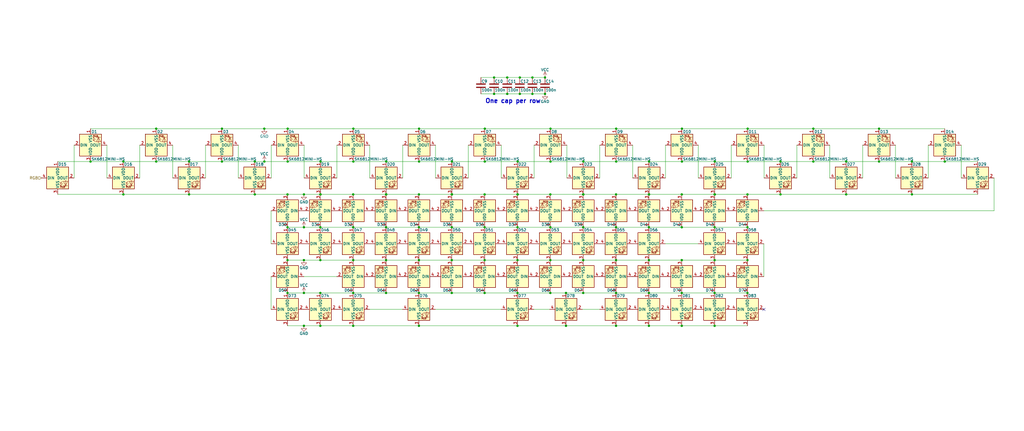
<source format=kicad_sch>
(kicad_sch (version 20230121) (generator eeschema)
  (paper "User" 475.005 200)
  (title_block (title "RGB LEDs") (date "2021-11-01") (rev "1.0") (company "0xCB") (comment 1 "Conor Burns"))
  (lib_symbols
    (symbol "0xcb:SK6812MINI-E" (pin_names (offset 0.254))
      (property "Reference" "D" (at 5.08 5.715 0))
      (property "Value" "SK6812MINI-E" (at 1.27 -5.715 0))
      (symbol "SK6812MINI-E_0_0"
        (text "RGB" (at 2.286 -4.191 0) (effects (font (size 0.762 0.762))))
      )
      (symbol "SK6812MINI-E_0_1"
        (polyline (pts (xy 1.27 -3.556) (xy 1.778 -3.556)))
        (polyline (pts (xy 1.27 -2.54) (xy 1.778 -2.54)))
        (polyline (pts (xy 4.699 -3.556) (xy 2.667 -3.556)))
        (polyline (pts (xy 2.286 -2.54) (xy 1.27 -3.556) (xy 1.27 -3.048)))
        (polyline (pts (xy 2.286 -1.524) (xy 1.27 -2.54) (xy 1.27 -2.032)))
        (polyline (pts (xy 3.683 -1.016) (xy 3.683 -3.556) (xy 3.683 -4.064)))
        (polyline (pts (xy 4.699 -1.524) (xy 2.667 -1.524) (xy 3.683 -3.556) (xy 4.699 -1.524)))
        (rectangle (start 5.08 5.08) (end -5.08 -5.08) (stroke (width 0.254)) (fill (type background)))
      )
      (symbol "SK6812MINI-E_1_1"
        (pin power_in line (at 0 7.62 270) (length 2.54) (name "VDD") (number "1"))
        (pin output line (at 7.62 0 180) (length 2.54) (name "DOUT") (number "2"))
        (pin power_in line (at 0 -7.62 90) (length 2.54) (name "VSS") (number "3"))
        (pin input line (at -7.62 0 0) (length 2.54) (name "DIN") (number "4"))
      )
    )
    (symbol "0xcb:SK6812MINI-HS" (pin_names (offset 0.254))
      (property "Reference" "D" (at 5.08 5.715 0))
      (property "Value" "SK6812MINI-HS" (at 1.27 -5.715 0))
      (symbol "SK6812MINI-HS_0_0"
        (text "RGB" (at 2.286 -4.191 0) (effects (font (size 0.762 0.762))))
      )
      (symbol "SK6812MINI-HS_0_1"
        (polyline (pts (xy 1.27 -3.556) (xy 1.778 -3.556)))
        (polyline (pts (xy 1.27 -2.54) (xy 1.778 -2.54)))
        (polyline (pts (xy 4.699 -3.556) (xy 2.667 -3.556)))
        (polyline (pts (xy 2.286 -2.54) (xy 1.27 -3.556) (xy 1.27 -3.048)))
        (polyline (pts (xy 2.286 -1.524) (xy 1.27 -2.54) (xy 1.27 -2.032)))
        (polyline (pts (xy 3.683 -1.016) (xy 3.683 -3.556) (xy 3.683 -4.064)))
        (polyline (pts (xy 4.699 -1.524) (xy 2.667 -1.524) (xy 3.683 -3.556) (xy 4.699 -1.524)))
        (rectangle (start 5.08 5.08) (end -5.08 -5.08) (stroke (width 0.254)) (fill (type background)))
      )
      (symbol "SK6812MINI-HS_1_1"
        (pin power_in line (at 0 -7.62 90) (length 2.54) (name "VSS") (number "1"))
        (pin input line (at -7.62 0 0) (length 2.54) (name "DIN") (number "2"))
        (pin power_in line (at 0 7.62 270) (length 2.54) (name "VDD") (number "3"))
        (pin output line (at 7.62 0 180) (length 2.54) (name "DOUT") (number "4"))
      )
    )
    (symbol "Device:C" (pin_numbers hide) (pin_names (offset 0.254))
      (property "Reference" "C" (at 0.635 2.54 0))
      (property "Value" "C" (at 0.635 -2.54 0))
      (symbol "C_0_1"
        (polyline (pts (xy -2.032 -0.762) (xy 2.032 -0.762)) (stroke (width 0.508)))
        (polyline (pts (xy -2.032 0.762) (xy 2.032 0.762)) (stroke (width 0.508)))
      )
      (symbol "C_1_1"
        (pin passive line (at 0 3.81 270) (length 2.794) (name "~") (number "1"))
        (pin passive line (at 0 -3.81 90) (length 2.794) (name "~") (number "2"))
      )
    )
    (symbol "power:GND" (power) (pin_names (offset 0))
      (property "Value" "GND" (at 0 -3.81 0))
      (symbol "GND_0_1"
        (polyline (pts (xy 0 0) (xy 0 -1.27) (xy 1.27 -1.27) (xy 0 -2.54) (xy -1.27 -1.27) (xy 0 -1.27)))
      )
      (symbol "GND_1_1"
        (pin power_in line (at 0 0 270) (length 0) hide (name "GND") (number "1"))
      )
    )
    (symbol "power:VCC" (power) (pin_names (offset 0))
      (property "Value" "VCC" (at 0 3.81 0))
      (symbol "VCC_0_1"
        (polyline (pts (xy -0.762 1.27) (xy 0 2.54)))
        (polyline (pts (xy 0 0) (xy 0 2.54)))
        (polyline (pts (xy 0 2.54) (xy 0.762 1.27)))
      )
      (symbol "VCC_1_1"
        (pin power_in line (at 0 0 90) (length 0) hide (name "VCC") (number "1"))
      )
    )
  )
  (junction (at 148.59 151.13))
  (junction (at 163.908 59.69))
  (junction (at 331.47 120.65))
  (junction (at 72.468 59.69))
  (junction (at 252.8062 35.941))
  (junction (at 346.788 59.69))
  (junction (at 148.668 74.93))
  (junction (at 179.07 120.65))
  (junction (at 362.028 90.17))
  (junction (at 285.828 74.93))
  (junction (at 87.708 74.93))
  (junction (at 133.35 120.65))
  (junction (at 362.028 74.93))
  (junction (at 133.35 105.41))
  (junction (at 331.548 74.93))
  (junction (at 316.308 59.69))
  (junction (at 301.068 90.17))
  (junction (at 392.508 74.93))
  (junction (at 140.97 120.65))
  (junction (at 209.628 74.93))
  (junction (at 179.07 135.89))
  (junction (at 133.428 59.69))
  (junction (at 148.59 135.89))
  (junction (at 422.988 74.93))
  (junction (at 148.59 120.65))
  (junction (at 422.988 90.17))
  (junction (at 240.03 105.41))
  (junction (at 224.79 135.89))
  (junction (at 240.03 151.13))
  (junction (at 209.628 90.17))
  (junction (at 163.83 135.89))
  (junction (at 235.2802 35.941))
  (junction (at 316.23 90.17))
  (junction (at 224.868 74.93))
  (junction (at 240.03 90.17))
  (junction (at 140.97 135.89))
  (junction (at 179.07 90.17))
  (junction (at 240.108 90.17))
  (junction (at 133.35 135.89))
  (junction (at 41.988 74.93))
  (junction (at 194.31 105.41))
  (junction (at 285.75 105.41))
  (junction (at 438.228 74.93))
  (junction (at 122.6029 59.69))
  (junction (at 163.83 105.41))
  (junction (at 392.508 90.17))
  (junction (at 407.748 59.69))
  (junction (at 270.588 74.93))
  (junction (at 72.468 74.93))
  (junction (at 255.348 74.93))
  (junction (at 140.97 90.17))
  (junction (at 209.55 120.65))
  (junction (at 148.59 90.17))
  (junction (at 262.5328 135.89))
  (junction (at 331.47 135.89))
  (junction (at 122.6343 74.93))
  (junction (at 194.31 120.65))
  (junction (at 87.708 90.17))
  (junction (at 262.5328 151.13))
  (junction (at 224.79 90.17))
  (junction (at 241.1222 43.561))
  (junction (at 270.51 105.41))
  (junction (at 118.188 90.17))
  (junction (at 118.188 74.93))
  (junction (at 102.948 74.93))
  (junction (at 346.71 105.41))
  (junction (at 148.668 90.17))
  (junction (at 140.97 105.41))
  (junction (at 224.79 120.65))
  (junction (at 229.1842 35.941))
  (junction (at 316.23 135.89))
  (junction (at 194.31 90.17))
  (junction (at 57.228 74.93))
  (junction (at 163.83 90.17))
  (junction (at 209.55 135.89))
  (junction (at 377.268 74.93))
  (junction (at 148.59 105.41))
  (junction (at 346.71 90.17))
  (junction (at 331.47 105.41))
  (junction (at 240.108 74.93))
  (junction (at 133.428 74.93))
  (junction (at 301.068 74.93))
  (junction (at 255.27 135.89))
  (junction (at 209.55 90.17))
  (junction (at 346.71 135.89))
  (junction (at 224.79 105.41))
  (junction (at 255.27 105.41))
  (junction (at 270.588 90.17))
  (junction (at 246.9642 35.941))
  (junction (at 194.388 59.69))
  (junction (at 241.1222 35.941))
  (junction (at 270.51 135.89))
  (junction (at 240.03 135.89))
  (junction (at 163.83 151.13))
  (junction (at 163.83 120.65))
  (junction (at 163.908 74.93))
  (junction (at 285.75 135.89))
  (junction (at 270.51 90.17))
  (junction (at 179.07 105.41))
  (junction (at 316.308 74.93))
  (junction (at 316.23 120.65))
  (junction (at 300.99 135.89))
  (junction (at 224.868 59.69))
  (junction (at 240.03 120.65))
  (junction (at 140.97 151.13))
  (junction (at 285.828 59.69))
  (junction (at 255.27 90.17))
  (junction (at 285.75 120.65))
  (junction (at 194.31 135.89))
  (junction (at 300.99 90.17))
  (junction (at 133.35 90.17))
  (junction (at 179.148 74.93))
  (junction (at 102.948 59.69))
  (junction (at 209.55 105.41))
  (junction (at 194.31 151.13))
  (junction (at 246.9642 43.561))
  (junction (at 331.548 90.17))
  (junction (at 316.23 151.13))
  (junction (at 229.1842 43.561))
  (junction (at 377.268 59.69))
  (junction (at 407.748 74.93))
  (junction (at 346.71 120.65))
  (junction (at 285.75 90.17))
  (junction (at 300.99 120.65))
  (junction (at 300.99 105.41))
  (junction (at 194.388 74.93))
  (junction (at 179.148 90.17))
  (junction (at 331.47 90.17))
  (junction (at 235.2802 43.561))
  (junction (at 285.75 151.13))
  (junction (at 57.228 90.17))
  (junction (at 255.27 120.65))
  (junction (at 255.348 59.69))
  (junction (at 346.788 74.93))
  (junction (at 300.99 151.13))
  (junction (at 252.8062 43.561))
  (junction (at 331.47 151.13))
  (junction (at 316.23 105.41))
  (junction (at 270.51 120.65))
  (no_connect (at 354.33 143.51))
  (wire (pts (xy 125.73 128.27) (xy 125.73 143.51)))
  (wire (pts (xy 240.03 135.89) (xy 255.27 135.89)))
  (wire (pts (xy 179.07 120.65) (xy 194.31 120.65)))
  (wire (pts (xy 300.99 120.65) (xy 316.23 120.65)))
  (wire (pts (xy 140.97 120.65) (xy 148.59 120.65)))
  (wire (pts (xy 133.35 135.89) (xy 140.97 135.89)))
  (wire (pts (xy 194.31 105.41) (xy 209.55 105.41)))
  (wire (pts (xy 300.99 105.41) (xy 316.23 105.41)))
  (wire (pts (xy 285.75 105.41) (xy 300.99 105.41)))
  (wire (pts (xy 262.5328 151.13) (xy 285.75 151.13)))
  (wire (pts (xy 300.99 151.13) (xy 316.23 151.13)))
  (wire (pts (xy 285.75 151.13) (xy 300.99 151.13)))
  (wire (pts (xy 217.248 67.31) (xy 217.248 82.55)))
  (wire (pts (xy 246.9642 35.941) (xy 252.8062 35.941)))
  (wire (pts (xy 186.69 143.51) (xy 171.45 143.51)))
  (wire (pts (xy 133.35 105.41) (xy 140.97 105.41)))
  (wire (pts (xy 125.808 67.31) (xy 125.808 82.55)))
  (wire (pts (xy 202.008 67.31) (xy 202.008 82.55)))
  (wire (pts (xy 223.0882 35.941) (xy 229.1842 35.941)))
  (wire (pts (xy 148.59 151.13) (xy 163.83 151.13)))
  (wire (pts (xy 240.108 90.17) (xy 255.27 90.17)))
  (wire (pts (xy 240.03 90.17) (xy 240.108 90.17)))
  (wire (pts (xy 140.97 151.13) (xy 148.59 151.13)))
  (wire (pts (xy 64.848 67.31) (xy 64.848 82.55)))
  (wire (pts (xy 141.048 67.31) (xy 141.048 82.55)))
  (wire (pts (xy 331.47 105.41) (xy 346.71 105.41)))
  (wire (pts (xy 148.59 120.65) (xy 163.83 120.65)))
  (wire (pts (xy 255.27 120.65) (xy 270.51 120.65)))
  (wire (pts (xy 156.288 67.31) (xy 156.288 82.55)))
  (wire (pts (xy 331.47 120.65) (xy 346.71 120.65)))
  (wire (pts (xy 445.848 67.31) (xy 445.848 82.55)))
  (wire (pts (xy 163.83 151.13) (xy 194.31 151.13)))
  (wire (pts (xy 369.648 67.31) (xy 369.648 82.55)))
  (wire (pts (xy 148.59 135.89) (xy 163.83 135.89)))
  (wire (pts (xy 232.488 67.31) (xy 232.488 82.55)))
  (wire (pts (xy 270.1528 143.51) (xy 278.13 143.51)))
  (wire (pts (xy 110.568 67.31) (xy 110.568 82.55)))
  (wire (pts (xy 384.888 67.31) (xy 384.888 82.55)))
  (wire (pts (xy 95.328 67.31) (xy 95.328 82.55)))
  (wire (pts (xy 163.83 120.65) (xy 179.07 120.65)))
  (wire (pts (xy 171.528 67.31) (xy 171.528 82.55)))
  (wire (pts (xy 209.55 105.41) (xy 224.79 105.41)))
  (wire (pts (xy 209.628 90.17) (xy 224.79 90.17)))
  (wire (pts (xy 209.55 90.17) (xy 209.628 90.17)))
  (wire (pts (xy 224.79 120.65) (xy 240.03 120.65)))
  (wire (pts (xy 194.31 120.65) (xy 209.55 120.65)))
  (wire (pts (xy 34.368 67.31) (xy 34.368 82.55)))
  (wire (pts (xy 308.688 67.31) (xy 308.688 82.55)))
  (wire (pts (xy 133.35 90.17) (xy 140.97 90.17)))
  (wire (pts (xy 331.47 151.13) (xy 346.71 151.13)))
  (wire (pts (xy 241.1222 35.941) (xy 246.9642 35.941)))
  (wire (pts (xy 140.97 135.89) (xy 148.59 135.89)))
  (wire (pts (xy 194.31 90.17) (xy 209.55 90.17)))
  (wire (pts (xy 179.07 135.89) (xy 194.31 135.89)))
  (wire (pts (xy 346.71 90.17) (xy 362.028 90.17)))
  (wire (pts (xy 422.988 90.17) (xy 453.468 90.17)))
  (wire (pts (xy 392.508 90.17) (xy 422.988 90.17)))
  (wire (pts (xy 362.028 90.17) (xy 392.508 90.17)))
  (wire (pts (xy 240.03 151.13) (xy 262.5328 151.13)))
  (wire (pts (xy 331.47 135.89) (xy 346.71 135.89)))
  (wire (pts (xy 133.35 151.13) (xy 140.97 151.13)))
  (wire (pts (xy 229.1842 35.941) (xy 235.2802 35.941)))
  (wire (pts (xy 430.608 67.31) (xy 430.608 82.55)))
  (wire (pts (xy 224.79 90.17) (xy 240.03 90.17)))
  (wire (pts (xy 316.23 90.17) (xy 331.47 90.17)))
  (wire (pts (xy 270.51 120.65) (xy 285.75 120.65)))
  (wire (pts (xy 186.768 67.31) (xy 186.768 82.55)))
  (wire (pts (xy 331.548 90.17) (xy 346.71 90.17)))
  (wire (pts (xy 331.47 90.17) (xy 331.548 90.17)))
  (wire (pts (xy 232.41 143.51) (xy 201.93 143.51)))
  (wire (pts (xy 49.608 67.31) (xy 49.608 82.55)))
  (wire (pts (xy 223.0882 43.561) (xy 229.1842 43.561)))
  (wire (pts (xy 300.99 90.17) (xy 301.068 90.17)))
  (wire (pts (xy 301.068 90.17) (xy 316.23 90.17)))
  (wire (pts (xy 407.748 74.93) (xy 422.988 74.93)))
  (wire (pts (xy 377.268 74.93) (xy 392.508 74.93)))
  (wire (pts (xy 438.228 74.93) (xy 453.468 74.93)))
  (wire (pts (xy 422.988 74.93) (xy 438.228 74.93)))
  (wire (pts (xy 392.508 74.93) (xy 407.748 74.93)))
  (wire (pts (xy 362.028 74.93) (xy 377.268 74.93)))
  (wire (pts (xy 285.75 120.65) (xy 300.99 120.65)))
  (wire (pts (xy 415.368 67.31) (xy 415.368 82.55)))
  (wire (pts (xy 316.23 135.89) (xy 331.47 135.89)))
  (wire (pts (xy 300.99 135.89) (xy 316.23 135.89)))
  (wire (pts (xy 254.9128 143.51) (xy 247.65 143.51)))
  (wire (pts (xy 461.088 97.79) (xy 354.33 97.79)))
  (wire (pts (xy 461.088 82.55) (xy 461.088 97.79)))
  (wire (pts (xy 163.908 59.69) (xy 194.388 59.69)))
  (wire (pts (xy 133.428 59.69) (xy 163.908 59.69)))
  (wire (pts (xy 194.388 59.69) (xy 224.868 59.69)))
  (wire (pts (xy 122.6029 59.69) (xy 133.428 59.69)))
  (wire (pts (xy 102.948 59.69) (xy 122.6029 59.69)))
  (wire (pts (xy 72.468 59.69) (xy 102.948 59.69)))
  (wire (pts (xy 41.988 59.69) (xy 72.468 59.69)))
  (wire (pts (xy 224.868 59.69) (xy 255.348 59.69)))
  (wire (pts (xy 407.748 59.69) (xy 438.228 59.69)))
  (wire (pts (xy 377.268 59.69) (xy 407.748 59.69)))
  (wire (pts (xy 255.348 59.69) (xy 285.828 59.69)))
  (wire (pts (xy 285.828 59.69) (xy 316.308 59.69)))
  (wire (pts (xy 346.788 59.69) (xy 377.268 59.69)))
  (wire (pts (xy 316.308 59.69) (xy 346.788 59.69)))
  (wire (pts (xy 354.33 113.03) (xy 354.33 128.27)))
  (wire (pts (xy 41.988 74.93) (xy 57.228 74.93)))
  (wire (pts (xy 308.61 113.03) (xy 323.85 113.03)))
  (wire (pts (xy 339.168 67.31) (xy 339.168 82.55)))
  (wire (pts (xy 262.5328 135.89) (xy 270.51 135.89)))
  (wire (pts (xy 240.03 120.65) (xy 255.27 120.65)))
  (wire (pts (xy 235.2802 43.561) (xy 241.1222 43.561)))
  (wire (pts (xy 255.27 90.17) (xy 270.51 90.17)))
  (wire (pts (xy 354.408 67.31) (xy 354.408 82.55)))
  (wire (pts (xy 278.208 67.31) (xy 278.208 82.55)))
  (wire (pts (xy 163.83 105.41) (xy 179.07 105.41)))
  (wire (pts (xy 163.83 135.89) (xy 179.07 135.89)))
  (wire (pts (xy 246.9642 43.561) (xy 252.8062 43.561)))
  (wire (pts (xy 179.07 105.41) (xy 194.31 105.41)))
  (wire (pts (xy 87.708 90.17) (xy 118.188 90.17)))
  (wire (pts (xy 118.188 90.17) (xy 133.35 90.17)))
  (wire (pts (xy 26.748 90.17) (xy 57.228 90.17)))
  (wire (pts (xy 57.228 90.17) (xy 87.708 90.17)))
  (wire (pts (xy 270.51 135.89) (xy 285.75 135.89)))
  (wire (pts (xy 316.23 105.41) (xy 331.47 105.41)))
  (wire (pts (xy 209.55 120.65) (xy 224.79 120.65)))
  (wire (pts (xy 194.31 135.89) (xy 209.55 135.89)))
  (wire (pts (xy 148.59 105.41) (xy 163.83 105.41)))
  (wire (pts (xy 241.1222 43.561) (xy 246.9642 43.561)))
  (wire (pts (xy 235.2802 35.941) (xy 241.1222 35.941)))
  (wire (pts (xy 163.908 74.93) (xy 179.148 74.93)))
  (wire (pts (xy 133.428 74.93) (xy 148.668 74.93)))
  (wire (pts (xy 148.668 74.93) (xy 163.908 74.93)))
  (wire (pts (xy 179.148 74.93) (xy 194.388 74.93)))
  (wire (pts (xy 224.868 74.93) (xy 240.108 74.93)))
  (wire (pts (xy 240.108 74.93) (xy 255.348 74.93)))
  (wire (pts (xy 209.628 74.93) (xy 224.868 74.93)))
  (wire (pts (xy 194.388 74.93) (xy 209.628 74.93)))
  (wire (pts (xy 87.708 74.93) (xy 102.948 74.93)))
  (wire (pts (xy 102.948 74.93) (xy 118.188 74.93)))
  (wire (pts (xy 118.188 74.93) (xy 122.6343 74.93)))
  (wire (pts (xy 122.6343 74.93) (xy 133.428 74.93)))
  (wire (pts (xy 57.228 74.93) (xy 72.468 74.93)))
  (wire (pts (xy 72.468 74.93) (xy 87.708 74.93)))
  (wire (pts (xy 270.588 74.93) (xy 285.828 74.93)))
  (wire (pts (xy 255.348 74.93) (xy 270.588 74.93)))
  (wire (pts (xy 301.068 74.93) (xy 316.308 74.93)))
  (wire (pts (xy 285.828 74.93) (xy 301.068 74.93)))
  (wire (pts (xy 316.308 74.93) (xy 331.548 74.93)))
  (wire (pts (xy 346.788 74.93) (xy 362.028 74.93)))
  (wire (pts (xy 331.548 74.93) (xy 346.788 74.93)))
  (wire (pts (xy 240.03 105.41) (xy 255.27 105.41)))
  (wire (pts (xy 270.51 90.17) (xy 270.588 90.17)))
  (wire (pts (xy 270.588 90.17) (xy 285.75 90.17)))
  (wire (pts (xy 224.79 135.89) (xy 240.03 135.89)))
  (wire (pts (xy 209.55 135.89) (xy 224.79 135.89)))
  (wire (pts (xy 133.35 120.65) (xy 140.97 120.65)))
  (wire (pts (xy 316.23 120.65) (xy 331.47 120.65)))
  (wire (pts (xy 285.75 90.17) (xy 300.99 90.17)))
  (wire (pts (xy 229.1842 43.561) (xy 235.2802 43.561)))
  (wire (pts (xy 293.448 67.31) (xy 293.448 82.55)))
  (wire (pts (xy 323.928 67.31) (xy 323.928 82.55)))
  (wire (pts (xy 140.97 105.41) (xy 148.59 105.41)))
  (wire (pts (xy 140.97 128.27) (xy 156.21 128.27)))
  (wire (pts (xy 148.59 90.17) (xy 148.668 90.17)))
  (wire (pts (xy 148.668 90.17) (xy 163.83 90.17)))
  (wire (pts (xy 270.51 105.41) (xy 285.75 105.41)))
  (wire (pts (xy 179.148 90.17) (xy 194.31 90.17)))
  (wire (pts (xy 179.07 90.17) (xy 179.148 90.17)))
  (wire (pts (xy 255.27 105.41) (xy 270.51 105.41)))
  (wire (pts (xy 80.088 67.31) (xy 80.088 82.55)))
  (wire (pts (xy 194.31 151.13) (xy 240.03 151.13)))
  (wire (pts (xy 262.968 67.31) (xy 262.968 82.55)))
  (wire (pts (xy 400.128 67.31) (xy 400.128 82.55)))
  (wire (pts (xy 316.23 151.13) (xy 331.47 151.13)))
  (wire (pts (xy 140.97 90.17) (xy 148.59 90.17)))
  (wire (pts (xy 125.73 97.79) (xy 125.73 113.03)))
  (wire (pts (xy 224.79 105.41) (xy 240.03 105.41)))
  (wire (pts (xy 163.83 90.17) (xy 179.07 90.17)))
  (wire (pts (xy 247.728 67.31) (xy 247.728 82.55)))
  (wire (pts (xy 26.748 74.93) (xy 41.988 74.93)))
  (wire (pts (xy 262.5328 135.89) (xy 255.27 135.89)))
  (wire (pts (xy 300.99 135.89) (xy 285.75 135.89)))
  (text "One cap per row" (at 224.9932 48.133 0) (effects (font (size 2 2) (thickness 0.4) bold) (justify left bottom)))
  (hierarchical_label "RGB" (shape input) (at 19.128 82.55 180))
  (symbol (lib_id "0xcb:SK6812MINI-E") (at 148.59 97.79 180) (unit 1)
    (property "Reference" "D31" (at 148.336 104.1401 0) (effects (justify left)))
    (property "Value" "SK6812MINI-E" (effects hide))
    (property "Footprint" "0xcb:MX_SK6812MINI-E" (effects hide))
    (property "LCSC" "C5149201" (effects hide))
  )
  (symbol (lib_id "0xcb:SK6812MINI-E") (at 240.03 113.03 0) (unit 1)
    (property "Reference" "D52" (at 240.284 106.6799 0) (effects (justify left)))
    (property "Value" "SK6812MINI-E" (effects hide))
    (property "Footprint" "0xcb:MX_SK6812MINI-E" (effects hide))
    (property "LCSC" "C5149201" (effects hide))
  )
  (symbol (lib_id "0xcb:SK6812MINI-E") (at 240.03 128.27 180) (unit 1)
    (property "Reference" "D65" (at 239.776 134.6201 0) (effects (justify left)))
    (property "Value" "SK6812MINI-E" (effects hide))
    (property "Footprint" "0xcb:MX_SK6812MINI-E" (effects hide))
    (property "LCSC" "C5149201" (effects hide))
  )
  (symbol (lib_id "power:GND") (at 252.8062 43.561 0) (unit 1)
    (property "Reference" "#PWR011" (effects hide))
    (property "Value" "GND" (at 252.8062 47.117 0))
  )
  (symbol (lib_id "0xcb:SK6812MINI-E") (at 163.83 143.51 0) (unit 1)
    (property "Reference" "D75" (at 164.084 137.1599 0) (effects (justify left)))
    (property "Value" "SK6812MINI-E" (effects hide))
    (property "Footprint" "0xcb:MX_SK6812MINI-E" (effects hide))
    (property "LCSC" "C5149201" (effects hide))
  )
  (symbol (lib_id "0xcb:SK6812MINI-E") (at 179.07 113.03 0) (unit 1)
    (property "Reference" "D48" (at 179.324 106.6799 0) (effects (justify left)))
    (property "Value" "SK6812MINI-E" (effects hide))
    (property "Footprint" "0xcb:MX_SK6812MINI-E" (effects hide))
    (property "LCSC" "C5149201" (effects hide))
  )
  (symbol (lib_id "0xcb:SK6812MINI-HS") (at 72.468 67.31 0) (mirror x) (unit 1)
    (property "Reference" "D2" (at 72.849 61.0871 0) (effects (justify left)))
    (property "Value" "SK6812MINI-HS" (at 72.849 73.7871 0) (effects (justify left)))
    (property "Footprint" "0xcb:SK6812MINI-HS" (effects hide))
    (property "LCSC" "C2922787" (effects hide))
  )
  (symbol (lib_id "0xcb:SK6812MINI-E") (at 57.228 82.55 0) (unit 1)
    (property "Reference" "D16" (at 57.482 76.1999 0) (effects (justify left)))
    (property "Value" "SK6812MINI-E" (effects hide))
    (property "Footprint" "0xcb:MX_SK6812MINI-E" (effects hide))
    (property "LCSC" "C5149201" (effects hide))
  )
  (symbol (lib_id "0xcb:SK6812MINI-E") (at 346.71 113.03 0) (unit 1)
    (property "Reference" "D58" (at 346.964 106.6799 0) (effects (justify left)))
    (property "Value" "SK6812MINI-E" (effects hide))
    (property "Footprint" "0xcb:MX_SK6812MINI-E" (effects hide))
    (property "LCSC" "C5149201" (effects hide))
  )
  (symbol (lib_id "0xcb:SK6812MINI-E") (at 270.51 113.03 0) (unit 1)
    (property "Reference" "D54" (at 270.764 106.6799 0) (effects (justify left)))
    (property "Value" "SK6812MINI-E" (effects hide))
    (property "Footprint" "0xcb:MX_SK6812MINI-E" (effects hide))
    (property "LCSC" "C5149201" (effects hide))
  )
  (symbol (lib_id "0xcb:SK6812MINI-E") (at 331.47 143.51 0) (unit 1)
    (property "Reference" "D82" (at 331.724 137.1599 0) (effects (justify left)))
    (property "Value" "SK6812MINI-E" (effects hide))
    (property "Footprint" "0xcb:MX_SK6812MINI-E" (effects hide))
    (property "LCSC" "C5149201" (effects hide))
  )
  (symbol (lib_id "power:VCC") (at 252.8062 35.941 0) (unit 1)
    (property "Reference" "#PWR010" (effects hide))
    (property "Value" "VCC" (at 252.8062 32.385 0))
  )
  (symbol (lib_id "0xcb:SK6812MINI-E") (at 224.79 97.79 180) (unit 1)
    (property "Reference" "D36" (at 224.536 104.1401 0) (effects (justify left)))
    (property "Value" "SK6812MINI-E" (effects hide))
    (property "Footprint" "0xcb:MX_SK6812MINI-E" (effects hide))
    (property "LCSC" "C5149201" (effects hide))
  )
  (symbol (lib_id "power:VCC") (at 140.97 135.89 0) (unit 1)
    (property "Reference" "#PWR017" (effects hide))
    (property "Value" "VCC" (at 140.97 132.334 0))
  )
  (symbol (lib_id "power:GND") (at 122.6029 59.69 0) (unit 1)
    (property "Reference" "#PWR0101" (effects hide))
    (property "Value" "GND" (at 122.6029 63.246 0))
  )
  (symbol (lib_id "0xcb:SK6812MINI-E") (at 301.068 82.55 0) (unit 1)
    (property "Reference" "D24" (at 301.322 76.1999 0) (effects (justify left)))
    (property "Value" "SK6812MINI-E" (effects hide))
    (property "Footprint" "0xcb:MX_SK6812MINI-E" (effects hide))
    (property "LCSC" "C5149201" (effects hide))
  )
  (symbol (lib_id "0xcb:SK6812MINI-E") (at 270.51 97.79 180) (unit 1)
    (property "Reference" "D39" (at 270.256 104.1401 0) (effects (justify left)))
    (property "Value" "SK6812MINI-E" (effects hide))
    (property "Footprint" "0xcb:MX_SK6812MINI-E" (effects hide))
    (property "LCSC" "C5149201" (effects hide))
  )
  (symbol (lib_id "0xcb:SK6812MINI-E") (at 270.588 82.55 0) (unit 1)
    (property "Reference" "D23" (at 270.842 76.1999 0) (effects (justify left)))
    (property "Value" "SK6812MINI-E" (effects hide))
    (property "Footprint" "0xcb:MX_SK6812MINI-E" (effects hide))
    (property "LCSC" "C5149201" (effects hide))
  )
  (symbol (lib_id "0xcb:SK6812MINI-E") (at 209.55 113.03 0) (unit 1)
    (property "Reference" "D50" (at 209.804 106.6799 0) (effects (justify left)))
    (property "Value" "SK6812MINI-E" (effects hide))
    (property "Footprint" "0xcb:MX_SK6812MINI-E" (effects hide))
    (property "LCSC" "C5149201" (effects hide))
  )
  (symbol (lib_id "power:VCC") (at 140.97 105.41 0) (unit 1)
    (property "Reference" "#PWR015" (effects hide))
    (property "Value" "VCC" (at 140.97 101.854 0))
  )
  (symbol (lib_id "0xcb:SK6812MINI-E") (at 300.99 128.27 180) (unit 1)
    (property "Reference" "D69" (at 300.736 134.6201 0) (effects (justify left)))
    (property "Value" "SK6812MINI-E" (effects hide))
    (property "Footprint" "0xcb:MX_SK6812MINI-E" (effects hide))
    (property "LCSC" "C5149201" (effects hide))
  )
  (symbol (lib_id "0xcb:SK6812MINI-E") (at 133.35 113.03 0) (unit 1)
    (property "Reference" "D45" (at 133.604 106.6799 0) (effects (justify left)))
    (property "Value" "SK6812MINI-E" (effects hide))
    (property "Footprint" "0xcb:MX_SK6812MINI-E" (effects hide))
    (property "LCSC" "C5149201" (effects hide))
  )
  (symbol (lib_id "0xcb:SK6812MINI-E") (at 240.108 82.55 0) (unit 1)
    (property "Reference" "D22" (at 240.362 76.1999 0) (effects (justify left)))
    (property "Value" "SK6812MINI-E" (effects hide))
    (property "Footprint" "0xcb:MX_SK6812MINI-E" (effects hide))
    (property "LCSC" "C5149201" (effects hide))
  )
  (symbol (lib_id "0xcb:SK6812MINI-E") (at 194.31 97.79 180) (unit 1)
    (property "Reference" "D34" (at 194.056 104.1401 0) (effects (justify left)))
    (property "Value" "SK6812MINI-E" (effects hide))
    (property "Footprint" "0xcb:MX_SK6812MINI-E" (effects hide))
    (property "LCSC" "C5149201" (effects hide))
  )
  (symbol (lib_id "0xcb:SK6812MINI-E") (at 118.188 82.55 0) (unit 1)
    (property "Reference" "D18" (at 118.442 76.1999 0) (effects (justify left)))
    (property "Value" "SK6812MINI-E" (effects hide))
    (property "Footprint" "0xcb:MX_SK6812MINI-E" (effects hide))
    (property "LCSC" "C5149201" (effects hide))
  )
  (symbol (lib_id "0xcb:SK6812MINI-E") (at 148.668 82.55 0) (unit 1)
    (property "Reference" "D19" (at 148.922 76.1999 0) (effects (justify left)))
    (property "Value" "SK6812MINI-E" (effects hide))
    (property "Footprint" "0xcb:MX_SK6812MINI-E" (effects hide))
    (property "LCSC" "C5149201" (effects hide))
  )
  (symbol (lib_id "power:GND") (at 140.97 90.17 0) (unit 1)
    (property "Reference" "#PWR014" (effects hide))
    (property "Value" "GND" (at 140.97 93.726 0))
  )
  (symbol (lib_id "power:GND") (at 140.97 120.65 0) (unit 1)
    (property "Reference" "#PWR016" (effects hide))
    (property "Value" "GND" (at 140.97 124.206 0))
  )
  (symbol (lib_id "Device:C") (at 229.1842 39.751 0) (unit 1)
    (property "Reference" "C10" (at 229.4382 37.7189 0) (effects (justify left)))
    (property "Value" "100n" (at 229.4382 41.7829 0) (effects (justify left)))
    (property "Footprint" "Capacitor_SMD:C_0201_0603Metric" (effects hide))
    (property "LCSC" "C576431" (effects hide))
  )
  (symbol (lib_id "power:VCC") (at 122.6343 74.93 0) (unit 1)
    (property "Reference" "#PWR012" (effects hide))
    (property "Value" "VCC" (at 122.6343 71.374 0))
  )
  (symbol (lib_id "0xcb:SK6812MINI-E") (at 316.23 143.51 0) (unit 1)
    (property "Reference" "D81" (at 316.484 137.1599 0) (effects (justify left)))
    (property "Value" "SK6812MINI-E" (effects hide))
    (property "Footprint" "0xcb:MX_SK6812MINI-E" (effects hide))
    (property "LCSC" "C5149201" (effects hide))
  )
  (symbol (lib_id "0xcb:SK6812MINI-HS") (at 285.828 67.31 0) (mirror x) (unit 1)
    (property "Reference" "D9" (at 286.209 61.0871 0) (effects (justify left)))
    (property "Value" "SK6812MINI-HS" (at 286.209 73.7871 0) (effects (justify left)))
    (property "Footprint" "0xcb:SK6812MINI-HS" (effects hide))
    (property "LCSC" "C2922787" (effects hide))
  )
  (symbol (lib_id "0xcb:SK6812MINI-E") (at 331.548 82.55 0) (unit 1)
    (property "Reference" "D25" (at 331.802 76.1999 0) (effects (justify left)))
    (property "Value" "SK6812MINI-E" (effects hide))
    (property "Footprint" "0xcb:MX_SK6812MINI-E" (effects hide))
    (property "LCSC" "C5149201" (effects hide))
  )
  (symbol (lib_id "0xcb:SK6812MINI-E") (at 194.31 143.51 0) (unit 1)
    (property "Reference" "D76" (at 194.564 137.1599 0) (effects (justify left)))
    (property "Value" "SK6812MINI-E" (effects hide))
    (property "Footprint" "0xcb:MX_SK6812MINI-E" (effects hide))
    (property "LCSC" "C5149201" (effects hide))
  )
  (symbol (lib_id "0xcb:SK6812MINI-HS") (at 133.428 67.31 0) (mirror x) (unit 1)
    (property "Reference" "D4" (at 133.809 61.0871 0) (effects (justify left)))
    (property "Value" "SK6812MINI-HS" (at 133.809 73.7871 0) (effects (justify left)))
    (property "Footprint" "0xcb:SK6812MINI-HS" (effects hide))
    (property "LCSC" "C2922787" (effects hide))
  )
  (symbol (lib_id "0xcb:SK6812MINI-E") (at 285.75 143.51 0) (unit 1)
    (property "Reference" "D79" (at 286.004 137.1599 0) (effects (justify left)))
    (property "Value" "SK6812MINI-E" (effects hide))
    (property "Footprint" "0xcb:MX_SK6812MINI-E" (effects hide))
    (property "LCSC" "C5149201" (effects hide))
  )
  (symbol (lib_id "0xcb:SK6812MINI-HS") (at 377.268 67.31 0) (mirror x) (unit 1)
    (property "Reference" "D12" (at 377.649 61.0871 0) (effects (justify left)))
    (property "Value" "SK6812MINI-HS" (at 377.649 73.7871 0) (effects (justify left)))
    (property "Footprint" "0xcb:SK6812MINI-HS" (effects hide))
    (property "LCSC" "C2922787" (effects hide))
  )
  (symbol (lib_id "Device:C") (at 235.2802 39.751 0) (unit 1)
    (property "Reference" "C11" (at 235.5342 37.7189 0) (effects (justify left)))
    (property "Value" "100n" (at 235.5342 41.7829 0) (effects (justify left)))
    (property "Footprint" "Capacitor_SMD:C_0201_0603Metric" (effects hide))
    (property "LCSC" "C576431" (effects hide))
  )
  (symbol (lib_id "0xcb:SK6812MINI-HS") (at 102.948 67.31 0) (mirror x) (unit 1)
    (property "Reference" "D3" (at 103.329 61.0871 0) (effects (justify left)))
    (property "Value" "SK6812MINI-HS" (at 103.329 73.7871 0) (effects (justify left)))
    (property "Footprint" "0xcb:SK6812MINI-HS" (effects hide))
    (property "LCSC" "C2922787" (effects hide))
  )
  (symbol (lib_id "0xcb:SK6812MINI-E") (at 362.028 82.55 0) (unit 1)
    (property "Reference" "D26" (at 362.282 76.1999 0) (effects (justify left)))
    (property "Value" "SK6812MINI-E" (effects hide))
    (property "Footprint" "0xcb:MX_SK6812MINI-E" (effects hide))
    (property "LCSC" "C5149201" (effects hide))
  )
  (symbol (lib_id "0xcb:SK6812MINI-E") (at 285.75 128.27 180) (unit 1)
    (property "Reference" "D68" (at 285.496 134.6201 0) (effects (justify left)))
    (property "Value" "SK6812MINI-E" (effects hide))
    (property "Footprint" "0xcb:MX_SK6812MINI-E" (effects hide))
    (property "LCSC" "C5149201" (effects hide))
  )
  (symbol (lib_id "0xcb:SK6812MINI-HS") (at 194.388 67.31 0) (mirror x) (unit 1)
    (property "Reference" "D6" (at 194.769 61.0871 0) (effects (justify left)))
    (property "Value" "SK6812MINI-HS" (at 194.769 73.7871 0) (effects (justify left)))
    (property "Footprint" "0xcb:SK6812MINI-HS" (effects hide))
    (property "LCSC" "C2922787" (effects hide))
  )
  (symbol (lib_id "0xcb:SK6812MINI-E") (at 224.79 128.27 180) (unit 1)
    (property "Reference" "D64" (at 224.536 134.6201 0) (effects (justify left)))
    (property "Value" "SK6812MINI-E" (effects hide))
    (property "Footprint" "0xcb:MX_SK6812MINI-E" (effects hide))
    (property "LCSC" "C5149201" (effects hide))
  )
  (symbol (lib_id "0xcb:SK6812MINI-E") (at 422.988 82.55 0) (unit 1)
    (property "Reference" "D28" (at 423.242 76.1999 0) (effects (justify left)))
    (property "Value" "SK6812MINI-E" (effects hide))
    (property "Footprint" "0xcb:MX_SK6812MINI-E" (effects hide))
    (property "LCSC" "C5149201" (effects hide))
  )
  (symbol (lib_id "0xcb:SK6812MINI-E") (at 163.83 97.79 180) (unit 1)
    (property "Reference" "D32" (at 163.576 104.1401 0) (effects (justify left)))
    (property "Value" "SK6812MINI-E" (effects hide))
    (property "Footprint" "0xcb:MX_SK6812MINI-E" (effects hide))
    (property "LCSC" "C5149201" (effects hide))
  )
  (symbol (lib_id "0xcb:SK6812MINI-HS") (at 438.228 67.31 0) (mirror x) (unit 1)
    (property "Reference" "D14" (at 438.609 61.0871 0) (effects (justify left)))
    (property "Value" "SK6812MINI-HS" (at 438.609 73.7871 0) (effects (justify left)))
    (property "Footprint" "0xcb:SK6812MINI-HS" (effects hide))
    (property "LCSC" "C2922787" (effects hide))
  )
  (symbol (lib_id "0xcb:SK6812MINI-E") (at 346.71 97.79 180) (unit 1)
    (property "Reference" "D44" (at 346.456 104.1401 0) (effects (justify left)))
    (property "Value" "SK6812MINI-E" (effects hide))
    (property "Footprint" "0xcb:MX_SK6812MINI-E" (effects hide))
    (property "LCSC" "C5149201" (effects hide))
  )
  (symbol (lib_id "0xcb:SK6812MINI-E") (at 316.23 97.79 180) (unit 1)
    (property "Reference" "D42" (at 315.976 104.1401 0) (effects (justify left)))
    (property "Value" "SK6812MINI-E" (effects hide))
    (property "Footprint" "0xcb:MX_SK6812MINI-E" (effects hide))
    (property "LCSC" "C5149201" (effects hide))
  )
  (symbol (lib_id "0xcb:SK6812MINI-E") (at 285.75 97.79 180) (unit 1)
    (property "Reference" "D40" (at 285.496 104.1401 0) (effects (justify left)))
    (property "Value" "SK6812MINI-E" (effects hide))
    (property "Footprint" "0xcb:MX_SK6812MINI-E" (effects hide))
    (property "LCSC" "C5149201" (effects hide))
  )
  (symbol (lib_id "0xcb:SK6812MINI-E") (at 224.79 113.03 0) (unit 1)
    (property "Reference" "D51" (at 225.044 106.6799 0) (effects (justify left)))
    (property "Value" "SK6812MINI-E" (effects hide))
    (property "Footprint" "0xcb:MX_SK6812MINI-E" (effects hide))
    (property "LCSC" "C5149201" (effects hide))
  )
  (symbol (lib_id "0xcb:SK6812MINI-E") (at 392.508 82.55 0) (unit 1)
    (property "Reference" "D27" (at 392.762 76.1999 0) (effects (justify left)))
    (property "Value" "SK6812MINI-E" (effects hide))
    (property "Footprint" "0xcb:MX_SK6812MINI-E" (effects hide))
    (property "LCSC" "C5149201" (effects hide))
  )
  (symbol (lib_id "0xcb:SK6812MINI-E") (at 300.99 113.03 0) (unit 1)
    (property "Reference" "D56" (at 301.244 106.6799 0) (effects (justify left)))
    (property "Value" "SK6812MINI-E" (effects hide))
    (property "Footprint" "0xcb:MX_SK6812MINI-E" (effects hide))
    (property "LCSC" "C5149201" (effects hide))
  )
  (symbol (lib_id "0xcb:SK6812MINI-E") (at 87.708 82.55 0) (unit 1)
    (property "Reference" "D17" (at 87.962 76.1999 0) (effects (justify left)))
    (property "Value" "SK6812MINI-E" (effects hide))
    (property "Footprint" "0xcb:MX_SK6812MINI-E" (effects hide))
    (property "LCSC" "C5149201" (effects hide))
  )
  (symbol (lib_id "0xcb:SK6812MINI-E") (at 209.55 128.27 180) (unit 1)
    (property "Reference" "D63" (at 209.296 134.6201 0) (effects (justify left)))
    (property "Value" "SK6812MINI-E" (effects hide))
    (property "Footprint" "0xcb:MX_SK6812MINI-E" (effects hide))
    (property "LCSC" "C5149201" (effects hide))
  )
  (symbol (lib_id "0xcb:SK6812MINI-E") (at 240.03 143.51 0) (unit 1)
    (property "Reference" "D77" (at 240.284 137.1599 0) (effects (justify left)))
    (property "Value" "SK6812MINI-E" (effects hide))
    (property "Footprint" "0xcb:MX_SK6812MINI-E" (effects hide))
    (property "LCSC" "C5149201" (effects hide))
  )
  (symbol (lib_id "0xcb:SK6812MINI-E") (at 209.628 82.55 0) (unit 1)
    (property "Reference" "D21" (at 209.882 76.1999 0) (effects (justify left)))
    (property "Value" "SK6812MINI-E" (effects hide))
    (property "Footprint" "0xcb:MX_SK6812MINI-E" (effects hide))
    (property "LCSC" "C5149201" (effects hide))
  )
  (symbol (lib_id "0xcb:SK6812MINI-E") (at 453.468 82.55 0) (unit 1)
    (property "Reference" "D29" (at 453.722 76.1999 0) (effects (justify left)))
    (property "Value" "SK6812MINI-E" (effects hide))
    (property "Footprint" "0xcb:MX_SK6812MINI-E" (effects hide))
    (property "LCSC" "C5149201" (effects hide))
  )
  (symbol (lib_id "0xcb:SK6812MINI-E") (at 26.748 82.55 0) (unit 1)
    (property "Reference" "D15" (at 27.002 76.1999 0) (effects (justify left)))
    (property "Value" "SK6812MINI-E" (effects hide))
    (property "Footprint" "0xcb:MX_SK6812MINI-E" (effects hide))
    (property "LCSC" "C5149201" (effects hide))
  )
  (symbol (lib_id "0xcb:SK6812MINI-HS") (at 316.308 67.31 0) (mirror x) (unit 1)
    (property "Reference" "D10" (at 316.689 61.0871 0) (effects (justify left)))
    (property "Value" "SK6812MINI-HS" (at 316.689 73.7871 0) (effects (justify left)))
    (property "Footprint" "0xcb:SK6812MINI-HS" (effects hide))
    (property "LCSC" "C2922787" (effects hide))
  )
  (symbol (lib_id "Device:C") (at 223.0882 39.751 0) (unit 1)
    (property "Reference" "C9" (at 223.3422 37.7189 0) (effects (justify left)))
    (property "Value" "100n" (at 223.3422 41.7829 0) (effects (justify left)))
    (property "Footprint" "Capacitor_SMD:C_0201_0603Metric" (effects hide))
    (property "LCSC" "C576431" (effects hide))
  )
  (symbol (lib_id "0xcb:SK6812MINI-E") (at 285.75 113.03 0) (unit 1)
    (property "Reference" "D55" (at 286.004 106.6799 0) (effects (justify left)))
    (property "Value" "SK6812MINI-E" (effects hide))
    (property "Footprint" "0xcb:MX_SK6812MINI-E" (effects hide))
    (property "LCSC" "C5149201" (effects hide))
  )
  (symbol (lib_id "0xcb:SK6812MINI-E") (at 300.99 97.79 180) (unit 1)
    (property "Reference" "D41" (at 300.736 104.1401 0) (effects (justify left)))
    (property "Value" "SK6812MINI-E" (effects hide))
    (property "Footprint" "0xcb:MX_SK6812MINI-E" (effects hide))
    (property "LCSC" "C5149201" (effects hide))
  )
  (symbol (lib_id "0xcb:SK6812MINI-E") (at 346.71 143.51 0) (unit 1)
    (property "Reference" "D83" (at 346.964 137.1599 0) (effects (justify left)))
    (property "Value" "SK6812MINI-E" (effects hide))
    (property "Footprint" "0xcb:MX_SK6812MINI-E" (effects hide))
    (property "LCSC" "C5149201" (effects hide))
  )
  (symbol (lib_id "0xcb:SK6812MINI-E") (at 300.99 143.51 0) (unit 1)
    (property "Reference" "D80" (at 301.244 137.1599 0) (effects (justify left)))
    (property "Value" "SK6812MINI-E" (effects hide))
    (property "Footprint" "0xcb:MX_SK6812MINI-E" (effects hide))
    (property "LCSC" "C5149201" (effects hide))
  )
  (symbol (lib_id "0xcb:SK6812MINI-E") (at 194.31 113.03 0) (unit 1)
    (property "Reference" "D49" (at 194.564 106.6799 0) (effects (justify left)))
    (property "Value" "SK6812MINI-E" (effects hide))
    (property "Footprint" "0xcb:MX_SK6812MINI-E" (effects hide))
    (property "LCSC" "C5149201" (effects hide))
  )
  (symbol (lib_id "0xcb:SK6812MINI-E") (at 209.55 97.79 180) (unit 1)
    (property "Reference" "D35" (at 209.296 104.1401 0) (effects (justify left)))
    (property "Value" "SK6812MINI-E" (effects hide))
    (property "Footprint" "0xcb:MX_SK6812MINI-E" (effects hide))
    (property "LCSC" "C5149201" (effects hide))
  )
  (symbol (lib_id "0xcb:SK6812MINI-E") (at 148.59 113.03 0) (unit 1)
    (property "Reference" "D46" (at 148.844 106.6799 0) (effects (justify left)))
    (property "Value" "SK6812MINI-E" (effects hide))
    (property "Footprint" "0xcb:MX_SK6812MINI-E" (effects hide))
    (property "LCSC" "C5149201" (effects hide))
  )
  (symbol (lib_id "0xcb:SK6812MINI-E") (at 133.35 97.79 180) (unit 1)
    (property "Reference" "D30" (at 133.096 104.1401 0) (effects (justify left)))
    (property "Value" "SK6812MINI-E" (effects hide))
    (property "Footprint" "0xcb:MX_SK6812MINI-E" (effects hide))
    (property "LCSC" "C5149201" (effects hide))
  )
  (symbol (lib_id "0xcb:SK6812MINI-HS") (at 346.788 67.31 0) (mirror x) (unit 1)
    (property "Reference" "D11" (at 347.169 61.0871 0) (effects (justify left)))
    (property "Value" "SK6812MINI-HS" (at 347.169 73.7871 0) (effects (justify left)))
    (property "Footprint" "0xcb:SK6812MINI-HS" (effects hide))
    (property "LCSC" "C2922787" (effects hide))
  )
  (symbol (lib_id "0xcb:SK6812MINI-E") (at 179.148 82.55 0) (unit 1)
    (property "Reference" "D20" (at 179.402 76.1999 0) (effects (justify left)))
    (property "Value" "SK6812MINI-E" (effects hide))
    (property "Footprint" "0xcb:MX_SK6812MINI-E" (effects hide))
    (property "LCSC" "C5149201" (effects hide))
  )
  (symbol (lib_id "0xcb:SK6812MINI-HS") (at 41.988 67.31 0) (mirror x) (unit 1)
    (property "Reference" "D1" (at 42.369 61.0871 0) (effects (justify left)))
    (property "Value" "SK6812MINI-HS" (at 42.369 73.7871 0) (effects (justify left)))
    (property "Footprint" "0xcb:SK6812MINI-HS" (effects hide))
    (property "LCSC" "C2922787" (effects hide))
  )
  (symbol (lib_id "0xcb:SK6812MINI-E") (at 331.47 128.27 180) (unit 1)
    (property "Reference" "D71" (at 331.216 134.6201 0) (effects (justify left)))
    (property "Value" "SK6812MINI-E" (effects hide))
    (property "Footprint" "0xcb:MX_SK6812MINI-E" (effects hide))
    (property "LCSC" "C5149201" (effects hide))
  )
  (symbol (lib_id "0xcb:SK6812MINI-E") (at 179.07 97.79 180) (unit 1)
    (property "Reference" "D33" (at 178.816 104.1401 0) (effects (justify left)))
    (property "Value" "SK6812MINI-E" (effects hide))
    (property "Footprint" "0xcb:MX_SK6812MINI-E" (effects hide))
    (property "LCSC" "C5149201" (effects hide))
  )
  (symbol (lib_id "0xcb:SK6812MINI-HS") (at 163.908 67.31 0) (mirror x) (unit 1)
    (property "Reference" "D5" (at 164.289 61.0871 0) (effects (justify left)))
    (property "Value" "SK6812MINI-HS" (at 164.289 73.7871 0) (effects (justify left)))
    (property "Footprint" "0xcb:SK6812MINI-HS" (effects hide))
    (property "LCSC" "C2922787" (effects hide))
  )
  (symbol (lib_id "0xcb:SK6812MINI-E") (at 179.07 128.27 180) (unit 1)
    (property "Reference" "D61" (at 178.816 134.6201 0) (effects (justify left)))
    (property "Value" "SK6812MINI-E" (effects hide))
    (property "Footprint" "0xcb:MX_SK6812MINI-E" (effects hide))
    (property "LCSC" "C5149201" (effects hide))
  )
  (symbol (lib_id "0xcb:SK6812MINI-E") (at 331.47 97.79 180) (unit 1)
    (property "Reference" "D43" (at 331.216 104.1401 0) (effects (justify left)))
    (property "Value" "SK6812MINI-E" (effects hide))
    (property "Footprint" "0xcb:MX_SK6812MINI-E" (effects hide))
    (property "LCSC" "C5149201" (effects hide))
  )
  (symbol (lib_id "0xcb:SK6812MINI-HS") (at 255.348 67.31 0) (mirror x) (unit 1)
    (property "Reference" "D8" (at 255.729 61.0871 0) (effects (justify left)))
    (property "Value" "SK6812MINI-HS" (at 255.729 73.7871 0) (effects (justify left)))
    (property "Footprint" "0xcb:SK6812MINI-HS" (effects hide))
    (property "LCSC" "C2922787" (effects hide))
  )
  (symbol (lib_id "0xcb:SK6812MINI-HS") (at 407.748 67.31 0) (mirror x) (unit 1)
    (property "Reference" "D13" (at 408.129 61.0871 0) (effects (justify left)))
    (property "Value" "SK6812MINI-HS" (at 408.129 73.7871 0) (effects (justify left)))
    (property "Footprint" "0xcb:SK6812MINI-HS" (effects hide))
    (property "LCSC" "C2922787" (effects hide))
  )
  (symbol (lib_id "0xcb:SK6812MINI-E") (at 346.71 128.27 180) (unit 1)
    (property "Reference" "D72" (at 346.456 134.6201 0) (effects (justify left)))
    (property "Value" "SK6812MINI-E" (effects hide))
    (property "Footprint" "0xcb:MX_SK6812MINI-E" (effects hide))
    (property "LCSC" "C5149201" (effects hide))
  )
  (symbol (lib_id "0xcb:SK6812MINI-E") (at 331.47 113.03 0) (unit 1)
    (property "Reference" "D57" (at 331.724 106.6799 0) (effects (justify left)))
    (property "Value" "SK6812MINI-E" (effects hide))
    (property "Footprint" "0xcb:MX_SK6812MINI-E" (effects hide))
    (property "LCSC" "C5149201" (effects hide))
  )
  (symbol (lib_id "0xcb:SK6812MINI-E") (at 133.35 143.51 0) (unit 1)
    (property "Reference" "D73" (at 133.604 137.1599 0) (effects (justify left)))
    (property "Value" "SK6812MINI-E" (effects hide))
    (property "Footprint" "0xcb:MX_SK6812MINI-E" (effects hide))
    (property "LCSC" "C5149201" (effects hide))
  )
  (symbol (lib_id "0xcb:SK6812MINI-E") (at 255.27 113.03 0) (unit 1)
    (property "Reference" "D53" (at 255.524 106.6799 0) (effects (justify left)))
    (property "Value" "SK6812MINI-E" (effects hide))
    (property "Footprint" "0xcb:MX_SK6812MINI-E" (effects hide))
    (property "LCSC" "C5149201" (effects hide))
  )
  (symbol (lib_id "0xcb:SK6812MINI-E") (at 148.59 143.51 0) (unit 1)
    (property "Reference" "D74" (at 148.844 137.1599 0) (effects (justify left)))
    (property "Value" "SK6812MINI-E" (effects hide))
    (property "Footprint" "0xcb:MX_SK6812MINI-E" (effects hide))
    (property "LCSC" "C5149201" (effects hide))
  )
  (symbol (lib_id "power:GND") (at 140.97 151.13 0) (unit 1)
    (property "Reference" "#PWR018" (effects hide))
    (property "Value" "GND" (at 140.97 154.686 0))
  )
  (symbol (lib_id "0xcb:SK6812MINI-E") (at 163.83 128.27 180) (unit 1)
    (property "Reference" "D60" (at 163.576 134.6201 0) (effects (justify left)))
    (property "Value" "SK6812MINI-E" (effects hide))
    (property "Footprint" "0xcb:MX_SK6812MINI-E" (effects hide))
    (property "LCSC" "C5149201" (effects hide))
  )
  (symbol (lib_id "0xcb:SK6812MINI-E") (at 255.27 128.27 180) (unit 1)
    (property "Reference" "D66" (at 255.016 134.6201 0) (effects (justify left)))
    (property "Value" "SK6812MINI-E" (effects hide))
    (property "Footprint" "0xcb:MX_SK6812MINI-E" (effects hide))
    (property "LCSC" "C5149201" (effects hide))
  )
  (symbol (lib_id "Device:C") (at 241.1222 39.751 0) (unit 1)
    (property "Reference" "C12" (at 241.3762 37.7189 0) (effects (justify left)))
    (property "Value" "100n" (at 241.3762 41.7829 0) (effects (justify left)))
    (property "Footprint" "Capacitor_SMD:C_0201_0603Metric" (effects hide))
    (property "LCSC" "C576431" (effects hide))
  )
  (symbol (lib_id "0xcb:SK6812MINI-E") (at 133.35 128.27 180) (unit 1)
    (property "Reference" "D59" (at 133.096 134.6201 0) (effects (justify left)))
    (property "Value" "SK6812MINI-E" (effects hide))
    (property "Footprint" "0xcb:MX_SK6812MINI-E" (effects hide))
    (property "LCSC" "C5149201" (effects hide))
  )
  (symbol (lib_id "0xcb:SK6812MINI-E") (at 316.23 128.27 180) (unit 1)
    (property "Reference" "D70" (at 315.976 134.6201 0) (effects (justify left)))
    (property "Value" "SK6812MINI-E" (effects hide))
    (property "Footprint" "0xcb:MX_SK6812MINI-E" (effects hide))
    (property "LCSC" "C5149201" (effects hide))
  )
  (symbol (lib_id "0xcb:SK6812MINI-E") (at 163.83 113.03 0) (unit 1)
    (property "Reference" "D47" (at 164.084 106.6799 0) (effects (justify left)))
    (property "Value" "SK6812MINI-E" (effects hide))
    (property "Footprint" "0xcb:MX_SK6812MINI-E" (effects hide))
    (property "LCSC" "C5149201" (effects hide))
  )
  (symbol (lib_id "0xcb:SK6812MINI-E") (at 262.5328 143.51 0) (unit 1)
    (property "Reference" "D78" (at 262.7868 137.1599 0) (effects (justify left)))
    (property "Value" "SK6812MINI-E" (effects hide))
    (property "Footprint" "0xcb:MX_SK6812MINI-E" (effects hide))
    (property "LCSC" "C5149201" (effects hide))
  )
  (symbol (lib_id "Device:C") (at 246.9642 39.751 0) (unit 1)
    (property "Reference" "C13" (at 247.2182 37.7189 0) (effects (justify left)))
    (property "Value" "100n" (at 247.2182 41.7829 0) (effects (justify left)))
    (property "Footprint" "Capacitor_SMD:C_0201_0603Metric" (effects hide))
    (property "LCSC" "C576431" (effects hide))
  )
  (symbol (lib_id "0xcb:SK6812MINI-E") (at 270.51 128.27 180) (unit 1)
    (property "Reference" "D67" (at 270.256 134.6201 0) (effects (justify left)))
    (property "Value" "SK6812MINI-E" (effects hide))
    (property "Footprint" "0xcb:MX_SK6812MINI-E" (effects hide))
    (property "LCSC" "C5149201" (effects hide))
  )
  (symbol (lib_id "Device:C") (at 252.8062 39.751 0) (unit 1)
    (property "Reference" "C14" (at 253.0602 37.7189 0) (effects (justify left)))
    (property "Value" "100n" (at 253.0602 41.7829 0) (effects (justify left)))
    (property "Footprint" "Capacitor_SMD:C_0201_0603Metric" (effects hide))
    (property "LCSC" "C576431" (effects hide))
  )
  (symbol (lib_id "0xcb:SK6812MINI-HS") (at 224.868 67.31 0) (mirror x) (unit 1)
    (property "Reference" "D7" (at 225.249 61.0871 0) (effects (justify left)))
    (property "Value" "SK6812MINI-HS" (at 225.249 73.7871 0) (effects (justify left)))
    (property "Footprint" "0xcb:SK6812MINI-HS" (effects hide))
    (property "LCSC" "C2922787" (effects hide))
  )
  (symbol (lib_id "0xcb:SK6812MINI-E") (at 194.31 128.27 180) (unit 1)
    (property "Reference" "D62" (at 194.056 134.6201 0) (effects (justify left)))
    (property "Value" "SK6812MINI-E" (effects hide))
    (property "Footprint" "0xcb:MX_SK6812MINI-E" (effects hide))
    (property "LCSC" "C5149201" (effects hide))
  )
  (symbol (lib_id "0xcb:SK6812MINI-E") (at 240.03 97.79 180) (unit 1)
    (property "Reference" "D37" (at 239.776 104.1401 0) (effects (justify left)))
    (property "Value" "SK6812MINI-E" (effects hide))
    (property "Footprint" "0xcb:MX_SK6812MINI-E" (effects hide))
    (property "LCSC" "C5149201" (effects hide))
  )
  (symbol (lib_id "0xcb:SK6812MINI-E") (at 255.27 97.79 180) (unit 1)
    (property "Reference" "D38" (at 255.016 104.1401 0) (effects (justify left)))
    (property "Value" "SK6812MINI-E" (effects hide))
    (property "Footprint" "0xcb:MX_SK6812MINI-E" (effects hide))
    (property "LCSC" "C5149201" (effects hide))
  )
)
</source>
